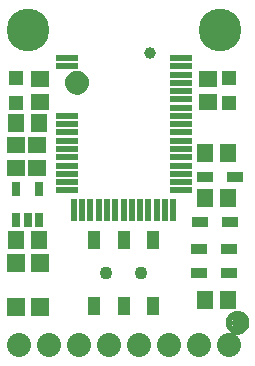
<source format=gbr>
G04 EAGLE Gerber RS-274X export*
G75*
%MOMM*%
%FSLAX34Y34*%
%LPD*%
%INSoldermask Top*%
%IPPOS*%
%AMOC8*
5,1,8,0,0,1.08239X$1,22.5*%
G01*
%ADD10R,1.951600X0.551600*%
%ADD11R,0.551600X1.951600*%
%ADD12C,1.001600*%
%ADD13R,1.301600X1.301600*%
%ADD14R,1.601600X1.401600*%
%ADD15R,1.401600X1.601600*%
%ADD16C,1.101600*%
%ADD17C,0.500000*%
%ADD18R,0.651600X1.301600*%
%ADD19C,3.617600*%
%ADD20R,1.101600X1.601600*%
%ADD21R,1.501600X1.501600*%
%ADD22R,1.451600X0.901600*%
%ADD23C,2.032000*%


D10*
X58430Y268600D03*
X58430Y261600D03*
X58430Y219600D03*
X58430Y212600D03*
X58430Y205600D03*
X58430Y198600D03*
X58430Y191600D03*
X58430Y184600D03*
X58430Y177600D03*
X58430Y170600D03*
X58430Y163600D03*
X58430Y156600D03*
D11*
X64680Y140350D03*
X71680Y140350D03*
X78680Y140350D03*
X85680Y140350D03*
X92680Y140350D03*
X99680Y140350D03*
X106680Y140350D03*
X113680Y140350D03*
X120680Y140350D03*
X127680Y140350D03*
X134680Y140350D03*
X141680Y140350D03*
X148680Y140350D03*
D10*
X154930Y156600D03*
X154930Y163600D03*
X154930Y170600D03*
X154930Y177600D03*
X154930Y184600D03*
X154930Y191600D03*
X154930Y198600D03*
X154930Y205600D03*
X154930Y212600D03*
X154930Y219600D03*
X154930Y226600D03*
X154930Y233600D03*
X154930Y240600D03*
X154930Y247600D03*
X154930Y254600D03*
X154930Y261600D03*
X154930Y268600D03*
D12*
X128680Y273100D03*
D13*
X15240Y230800D03*
X15240Y251800D03*
X195580Y251800D03*
X195580Y230800D03*
D14*
X35560Y231800D03*
X35560Y250800D03*
X177800Y250800D03*
X177800Y231800D03*
D15*
X34900Y213360D03*
X15900Y213360D03*
D14*
X33020Y175920D03*
X33020Y194920D03*
D16*
X203200Y44450D03*
D17*
X203200Y51950D02*
X203019Y51948D01*
X202838Y51941D01*
X202657Y51930D01*
X202476Y51915D01*
X202296Y51895D01*
X202116Y51871D01*
X201937Y51843D01*
X201759Y51810D01*
X201582Y51773D01*
X201405Y51732D01*
X201230Y51687D01*
X201055Y51637D01*
X200882Y51583D01*
X200711Y51525D01*
X200540Y51463D01*
X200372Y51396D01*
X200205Y51326D01*
X200039Y51252D01*
X199876Y51173D01*
X199715Y51091D01*
X199555Y51005D01*
X199398Y50915D01*
X199243Y50821D01*
X199090Y50724D01*
X198940Y50622D01*
X198792Y50518D01*
X198646Y50409D01*
X198504Y50298D01*
X198364Y50182D01*
X198227Y50064D01*
X198092Y49942D01*
X197961Y49817D01*
X197833Y49689D01*
X197708Y49558D01*
X197586Y49423D01*
X197468Y49286D01*
X197352Y49146D01*
X197241Y49004D01*
X197132Y48858D01*
X197028Y48710D01*
X196926Y48560D01*
X196829Y48407D01*
X196735Y48252D01*
X196645Y48095D01*
X196559Y47935D01*
X196477Y47774D01*
X196398Y47611D01*
X196324Y47445D01*
X196254Y47278D01*
X196187Y47110D01*
X196125Y46939D01*
X196067Y46768D01*
X196013Y46595D01*
X195963Y46420D01*
X195918Y46245D01*
X195877Y46068D01*
X195840Y45891D01*
X195807Y45713D01*
X195779Y45534D01*
X195755Y45354D01*
X195735Y45174D01*
X195720Y44993D01*
X195709Y44812D01*
X195702Y44631D01*
X195700Y44450D01*
X203200Y51950D02*
X203381Y51948D01*
X203562Y51941D01*
X203743Y51930D01*
X203924Y51915D01*
X204104Y51895D01*
X204284Y51871D01*
X204463Y51843D01*
X204641Y51810D01*
X204818Y51773D01*
X204995Y51732D01*
X205170Y51687D01*
X205345Y51637D01*
X205518Y51583D01*
X205689Y51525D01*
X205860Y51463D01*
X206028Y51396D01*
X206195Y51326D01*
X206361Y51252D01*
X206524Y51173D01*
X206685Y51091D01*
X206845Y51005D01*
X207002Y50915D01*
X207157Y50821D01*
X207310Y50724D01*
X207460Y50622D01*
X207608Y50518D01*
X207754Y50409D01*
X207896Y50298D01*
X208036Y50182D01*
X208173Y50064D01*
X208308Y49942D01*
X208439Y49817D01*
X208567Y49689D01*
X208692Y49558D01*
X208814Y49423D01*
X208932Y49286D01*
X209048Y49146D01*
X209159Y49004D01*
X209268Y48858D01*
X209372Y48710D01*
X209474Y48560D01*
X209571Y48407D01*
X209665Y48252D01*
X209755Y48095D01*
X209841Y47935D01*
X209923Y47774D01*
X210002Y47611D01*
X210076Y47445D01*
X210146Y47278D01*
X210213Y47110D01*
X210275Y46939D01*
X210333Y46768D01*
X210387Y46595D01*
X210437Y46420D01*
X210482Y46245D01*
X210523Y46068D01*
X210560Y45891D01*
X210593Y45713D01*
X210621Y45534D01*
X210645Y45354D01*
X210665Y45174D01*
X210680Y44993D01*
X210691Y44812D01*
X210698Y44631D01*
X210700Y44450D01*
X210698Y44269D01*
X210691Y44088D01*
X210680Y43907D01*
X210665Y43726D01*
X210645Y43546D01*
X210621Y43366D01*
X210593Y43187D01*
X210560Y43009D01*
X210523Y42832D01*
X210482Y42655D01*
X210437Y42480D01*
X210387Y42305D01*
X210333Y42132D01*
X210275Y41961D01*
X210213Y41790D01*
X210146Y41622D01*
X210076Y41455D01*
X210002Y41289D01*
X209923Y41126D01*
X209841Y40965D01*
X209755Y40805D01*
X209665Y40648D01*
X209571Y40493D01*
X209474Y40340D01*
X209372Y40190D01*
X209268Y40042D01*
X209159Y39896D01*
X209048Y39754D01*
X208932Y39614D01*
X208814Y39477D01*
X208692Y39342D01*
X208567Y39211D01*
X208439Y39083D01*
X208308Y38958D01*
X208173Y38836D01*
X208036Y38718D01*
X207896Y38602D01*
X207754Y38491D01*
X207608Y38382D01*
X207460Y38278D01*
X207310Y38176D01*
X207157Y38079D01*
X207002Y37985D01*
X206845Y37895D01*
X206685Y37809D01*
X206524Y37727D01*
X206361Y37648D01*
X206195Y37574D01*
X206028Y37504D01*
X205860Y37437D01*
X205689Y37375D01*
X205518Y37317D01*
X205345Y37263D01*
X205170Y37213D01*
X204995Y37168D01*
X204818Y37127D01*
X204641Y37090D01*
X204463Y37057D01*
X204284Y37029D01*
X204104Y37005D01*
X203924Y36985D01*
X203743Y36970D01*
X203562Y36959D01*
X203381Y36952D01*
X203200Y36950D01*
X203019Y36952D01*
X202838Y36959D01*
X202657Y36970D01*
X202476Y36985D01*
X202296Y37005D01*
X202116Y37029D01*
X201937Y37057D01*
X201759Y37090D01*
X201582Y37127D01*
X201405Y37168D01*
X201230Y37213D01*
X201055Y37263D01*
X200882Y37317D01*
X200711Y37375D01*
X200540Y37437D01*
X200372Y37504D01*
X200205Y37574D01*
X200039Y37648D01*
X199876Y37727D01*
X199715Y37809D01*
X199555Y37895D01*
X199398Y37985D01*
X199243Y38079D01*
X199090Y38176D01*
X198940Y38278D01*
X198792Y38382D01*
X198646Y38491D01*
X198504Y38602D01*
X198364Y38718D01*
X198227Y38836D01*
X198092Y38958D01*
X197961Y39083D01*
X197833Y39211D01*
X197708Y39342D01*
X197586Y39477D01*
X197468Y39614D01*
X197352Y39754D01*
X197241Y39896D01*
X197132Y40042D01*
X197028Y40190D01*
X196926Y40340D01*
X196829Y40493D01*
X196735Y40648D01*
X196645Y40805D01*
X196559Y40965D01*
X196477Y41126D01*
X196398Y41289D01*
X196324Y41455D01*
X196254Y41622D01*
X196187Y41790D01*
X196125Y41961D01*
X196067Y42132D01*
X196013Y42305D01*
X195963Y42480D01*
X195918Y42655D01*
X195877Y42832D01*
X195840Y43009D01*
X195807Y43187D01*
X195779Y43366D01*
X195755Y43546D01*
X195735Y43726D01*
X195720Y43907D01*
X195709Y44088D01*
X195702Y44269D01*
X195700Y44450D01*
D16*
X67310Y247650D03*
D17*
X67310Y255150D02*
X67129Y255148D01*
X66948Y255141D01*
X66767Y255130D01*
X66586Y255115D01*
X66406Y255095D01*
X66226Y255071D01*
X66047Y255043D01*
X65869Y255010D01*
X65692Y254973D01*
X65515Y254932D01*
X65340Y254887D01*
X65165Y254837D01*
X64992Y254783D01*
X64821Y254725D01*
X64650Y254663D01*
X64482Y254596D01*
X64315Y254526D01*
X64149Y254452D01*
X63986Y254373D01*
X63825Y254291D01*
X63665Y254205D01*
X63508Y254115D01*
X63353Y254021D01*
X63200Y253924D01*
X63050Y253822D01*
X62902Y253718D01*
X62756Y253609D01*
X62614Y253498D01*
X62474Y253382D01*
X62337Y253264D01*
X62202Y253142D01*
X62071Y253017D01*
X61943Y252889D01*
X61818Y252758D01*
X61696Y252623D01*
X61578Y252486D01*
X61462Y252346D01*
X61351Y252204D01*
X61242Y252058D01*
X61138Y251910D01*
X61036Y251760D01*
X60939Y251607D01*
X60845Y251452D01*
X60755Y251295D01*
X60669Y251135D01*
X60587Y250974D01*
X60508Y250811D01*
X60434Y250645D01*
X60364Y250478D01*
X60297Y250310D01*
X60235Y250139D01*
X60177Y249968D01*
X60123Y249795D01*
X60073Y249620D01*
X60028Y249445D01*
X59987Y249268D01*
X59950Y249091D01*
X59917Y248913D01*
X59889Y248734D01*
X59865Y248554D01*
X59845Y248374D01*
X59830Y248193D01*
X59819Y248012D01*
X59812Y247831D01*
X59810Y247650D01*
X67310Y255150D02*
X67491Y255148D01*
X67672Y255141D01*
X67853Y255130D01*
X68034Y255115D01*
X68214Y255095D01*
X68394Y255071D01*
X68573Y255043D01*
X68751Y255010D01*
X68928Y254973D01*
X69105Y254932D01*
X69280Y254887D01*
X69455Y254837D01*
X69628Y254783D01*
X69799Y254725D01*
X69970Y254663D01*
X70138Y254596D01*
X70305Y254526D01*
X70471Y254452D01*
X70634Y254373D01*
X70795Y254291D01*
X70955Y254205D01*
X71112Y254115D01*
X71267Y254021D01*
X71420Y253924D01*
X71570Y253822D01*
X71718Y253718D01*
X71864Y253609D01*
X72006Y253498D01*
X72146Y253382D01*
X72283Y253264D01*
X72418Y253142D01*
X72549Y253017D01*
X72677Y252889D01*
X72802Y252758D01*
X72924Y252623D01*
X73042Y252486D01*
X73158Y252346D01*
X73269Y252204D01*
X73378Y252058D01*
X73482Y251910D01*
X73584Y251760D01*
X73681Y251607D01*
X73775Y251452D01*
X73865Y251295D01*
X73951Y251135D01*
X74033Y250974D01*
X74112Y250811D01*
X74186Y250645D01*
X74256Y250478D01*
X74323Y250310D01*
X74385Y250139D01*
X74443Y249968D01*
X74497Y249795D01*
X74547Y249620D01*
X74592Y249445D01*
X74633Y249268D01*
X74670Y249091D01*
X74703Y248913D01*
X74731Y248734D01*
X74755Y248554D01*
X74775Y248374D01*
X74790Y248193D01*
X74801Y248012D01*
X74808Y247831D01*
X74810Y247650D01*
X74808Y247469D01*
X74801Y247288D01*
X74790Y247107D01*
X74775Y246926D01*
X74755Y246746D01*
X74731Y246566D01*
X74703Y246387D01*
X74670Y246209D01*
X74633Y246032D01*
X74592Y245855D01*
X74547Y245680D01*
X74497Y245505D01*
X74443Y245332D01*
X74385Y245161D01*
X74323Y244990D01*
X74256Y244822D01*
X74186Y244655D01*
X74112Y244489D01*
X74033Y244326D01*
X73951Y244165D01*
X73865Y244005D01*
X73775Y243848D01*
X73681Y243693D01*
X73584Y243540D01*
X73482Y243390D01*
X73378Y243242D01*
X73269Y243096D01*
X73158Y242954D01*
X73042Y242814D01*
X72924Y242677D01*
X72802Y242542D01*
X72677Y242411D01*
X72549Y242283D01*
X72418Y242158D01*
X72283Y242036D01*
X72146Y241918D01*
X72006Y241802D01*
X71864Y241691D01*
X71718Y241582D01*
X71570Y241478D01*
X71420Y241376D01*
X71267Y241279D01*
X71112Y241185D01*
X70955Y241095D01*
X70795Y241009D01*
X70634Y240927D01*
X70471Y240848D01*
X70305Y240774D01*
X70138Y240704D01*
X69970Y240637D01*
X69799Y240575D01*
X69628Y240517D01*
X69455Y240463D01*
X69280Y240413D01*
X69105Y240368D01*
X68928Y240327D01*
X68751Y240290D01*
X68573Y240257D01*
X68394Y240229D01*
X68214Y240205D01*
X68034Y240185D01*
X67853Y240170D01*
X67672Y240159D01*
X67491Y240152D01*
X67310Y240150D01*
X67129Y240152D01*
X66948Y240159D01*
X66767Y240170D01*
X66586Y240185D01*
X66406Y240205D01*
X66226Y240229D01*
X66047Y240257D01*
X65869Y240290D01*
X65692Y240327D01*
X65515Y240368D01*
X65340Y240413D01*
X65165Y240463D01*
X64992Y240517D01*
X64821Y240575D01*
X64650Y240637D01*
X64482Y240704D01*
X64315Y240774D01*
X64149Y240848D01*
X63986Y240927D01*
X63825Y241009D01*
X63665Y241095D01*
X63508Y241185D01*
X63353Y241279D01*
X63200Y241376D01*
X63050Y241478D01*
X62902Y241582D01*
X62756Y241691D01*
X62614Y241802D01*
X62474Y241918D01*
X62337Y242036D01*
X62202Y242158D01*
X62071Y242283D01*
X61943Y242411D01*
X61818Y242542D01*
X61696Y242677D01*
X61578Y242814D01*
X61462Y242954D01*
X61351Y243096D01*
X61242Y243242D01*
X61138Y243390D01*
X61036Y243540D01*
X60939Y243693D01*
X60845Y243848D01*
X60755Y244005D01*
X60669Y244165D01*
X60587Y244326D01*
X60508Y244489D01*
X60434Y244655D01*
X60364Y244822D01*
X60297Y244990D01*
X60235Y245161D01*
X60177Y245332D01*
X60123Y245505D01*
X60073Y245680D01*
X60028Y245855D01*
X59987Y246032D01*
X59950Y246209D01*
X59917Y246387D01*
X59889Y246566D01*
X59865Y246746D01*
X59845Y246926D01*
X59830Y247107D01*
X59819Y247288D01*
X59812Y247469D01*
X59810Y247650D01*
D18*
X15900Y131779D03*
X25400Y131779D03*
X34900Y131779D03*
X34900Y157781D03*
X15900Y157781D03*
D15*
X15900Y114300D03*
X34900Y114300D03*
D14*
X15240Y175920D03*
X15240Y194920D03*
D19*
X187960Y292100D03*
X25400Y292100D03*
D20*
X131680Y58360D03*
X106680Y58360D03*
X81680Y58360D03*
X81680Y114360D03*
X106680Y114360D03*
X131680Y114360D03*
D16*
X91680Y86360D03*
X121680Y86360D03*
D21*
X35560Y94700D03*
X35560Y57700D03*
D15*
X175920Y187960D03*
X194920Y187960D03*
X175920Y149860D03*
X194920Y149860D03*
D22*
X201168Y167640D03*
X175768Y167640D03*
X197104Y129540D03*
X171704Y129540D03*
D15*
X194920Y63500D03*
X175920Y63500D03*
D22*
X196088Y86360D03*
X170688Y86360D03*
X195834Y106680D03*
X170434Y106680D03*
D23*
X195580Y25400D03*
X170180Y25400D03*
X144780Y25400D03*
X119380Y25400D03*
X93980Y25400D03*
X68580Y25400D03*
X43180Y25400D03*
X17780Y25400D03*
D21*
X15240Y94700D03*
X15240Y57700D03*
M02*

</source>
